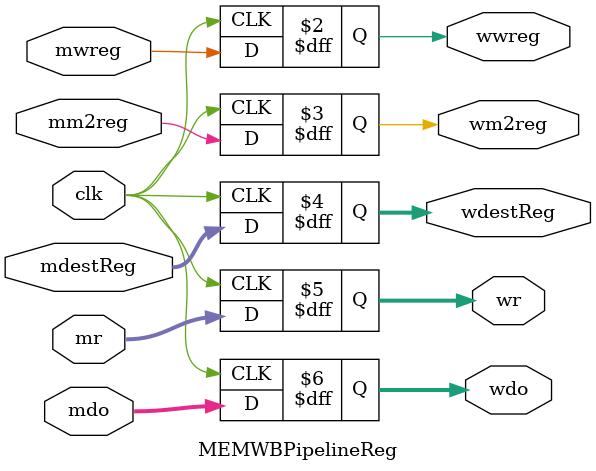
<source format=v>
`timescale 1ns / 1ps
module PC(
    input [31:0] nextPc,
    input clk,
    output reg [31:0] pc
);
    initial pc = 32'd100;
    
    always @(posedge clk)
    begin
        pc = nextPc;
    end
endmodule

module InstructionMemory(
    input [31:0] pc,
    output reg [31:0] instOut
);
    reg [31:0] memory [63:0];
    
    initial begin
        memory[25] = {6'b100011, 5'b00001, 5'b00010, 16'h0000};
        memory[26] = {6'b100011, 5'b00001, 5'b00011, 16'h0004};
        memory[27] = {6'b100011, 5'b00001, 5'b00100, 16'h0008};
        memory[28] = {6'b100011, 5'b00001, 5'b00101, 16'h000c};
    end
    
    always @(*)
        instOut <= memory[pc[7:2]];
endmodule

module PCAdder(
    input [31:0] pc,
    output reg [31:0] nextPc
);
    always @(*)
        nextPc <= pc + 4;
endmodule

module IFIDPipelineReg(
    input [31:0]instOut,
    input clk,
    output reg [31:0] dinstOut
);
    always @(posedge clk)
        dinstOut <= instOut;
endmodule

module ControlUnit(
    input [5:0] op, func,
    output reg wreg, m2reg, wmem, aluimm, regrt,
    output reg [3:0] aluc
);
    always @(*)
    begin
        case(op)
            'b000000: //r-type
             begin
                wreg   = 'b1;
                m2reg  = 'b0;
                wmem   = 'b0;
                aluimm = 'b0;
                regrt  = 'b0;
                case(func)
                    'b100000: //add
                    begin
                        aluc = 'b0010;
                    end
                    'b100010: //sub
                    begin
                        aluc = 'b0110;
                    end
                endcase
             end
             'b100011: //lw
             begin
                wreg   = 'b1;
                m2reg  = 'b1;
                wmem   = 'b0;
                aluc   = 'b0010;
                aluimm = 'b1;
                regrt  = 'b1;
             end
         endcase
    end
endmodule

module RegrtMux(
    input [4:0] rt, rd,
    input regrt,
    output reg [4:0] destReg
);
    always @(*)
    begin
        if (regrt == 0)
            destReg = rd;
        else
            destReg = rt;
    end 
endmodule


module RegFile(
    input [4:0] rs, rt,
    output reg [31:0] qa, qb
);
    reg [31:0] registers[0:31];
    initial begin
        registers[0] = 0;
        registers[1] = 0;
    end
     
    always @(*)
    begin
        qa = registers[rs];
        qb = registers[rt];
    end
endmodule

module ImmExtender(
    input [15:0] imm,
    output reg [31:0] imm32
);
    always @(*)
        imm32 = {{16{imm[15]}}, imm};
endmodule

module IDEXEPipelineReg(
    input wreg, m2reg, wmem, aluimm, clk,
    input [3:0] aluc,
    input [4:0] destReg,
    input [31:0] qa, qb, imm32,
    
    output reg ewreg, em2reg, ewmem, ealuimm,
    output reg [3:0] ealuc,
    output reg [4:0] edestReg,
    output reg [31:0] eqa, eqb, eimm32
);
    always @(posedge clk)
    begin
        ewreg    = wreg;
        em2reg   = m2reg;
        ewmem    = wmem;
        ealuc    = aluc;
        ealuimm  = aluimm;
        edestReg = destReg;
        eqa      = qa;
        eqb      = qb;
        eimm32   = imm32;
    end
endmodule

module ALUMux(
    input [31:0] eqb, eimm32,
    input ealuimm,
    output reg [31:0] b
);
    always @(*)
    begin
        if (ealuimm == 0)
            b <= eqb;
        else
            b <= eimm32;
    end
endmodule

module ALU(
    input [31:0] eqa, b,
    input [3:0] ealuc,
    
    output reg [31:0] r
);
    always @(*)
    begin
        case(ealuc)
            'b0010:
                r <= eqa + b;
            'b0110:
                r <= eqa - b;
        endcase
    end
endmodule

module EXEMEMPipelineReg(
    input clk, ewreg, em2reg, ewmem,
    input [4:0] edestReg,
    input [31:0] r, eqb,
    
    output reg mwreg, mm2reg, mwmem, 
    output reg [4:0] mdestReg,
    output reg [31:0] mr, mqb
);
    always @(posedge clk)
    begin
        mwreg    <= ewreg;
        mm2reg   <= em2reg;
        mwmem    <= ewmem;
        mdestReg <= edestReg;
        mr       <= r;
        mqb      <= eqb;
    end
endmodule

module DataMemory(
    input clk, mwmem,
    input [31:0] mr, mqb,
    
    output reg [31:0] mdo
);
    reg [31:0] memory[0:31];
    
    initial begin
        memory[0] = 'hA00000AA;
        memory[1] = 'h10000011;
        memory[2] = 'h20000022;
        memory[3] = 'h30000033;
        memory[4] = 'h40000044;
        memory[5] = 'h50000055;
        memory[6] = 'h60000066;
        memory[7] = 'h70000077;
        memory[8] = 'h80000088;
        memory[9] = 'h90000099; 
     end
    
    //reading from memory
    always @(*)
        mdo <= memory[mr[7:2]];
    
    // writing to memory
    always @(negedge clk)
    begin
        if (mwmem == 1)
        begin
            memory[mr[7:2]] <= mqb;
        end
    end
endmodule

module MEMWBPipelineReg (
    input clk, mwreg, mm2reg,
    input [4:0] mdestReg,
    input [31:0] mr, mdo,
    
    output reg wwreg, wm2reg, 
    output reg [4:0] wdestReg,
    output reg [31:0] wr, wdo
);
    always @(posedge clk)
    begin
        wwreg    <= mwreg;
        wm2reg   <= mm2reg;
        wdestReg <= mdestReg;
        wr       <= mr;
        wdo      <= mdo;
    end
endmodule
</source>
